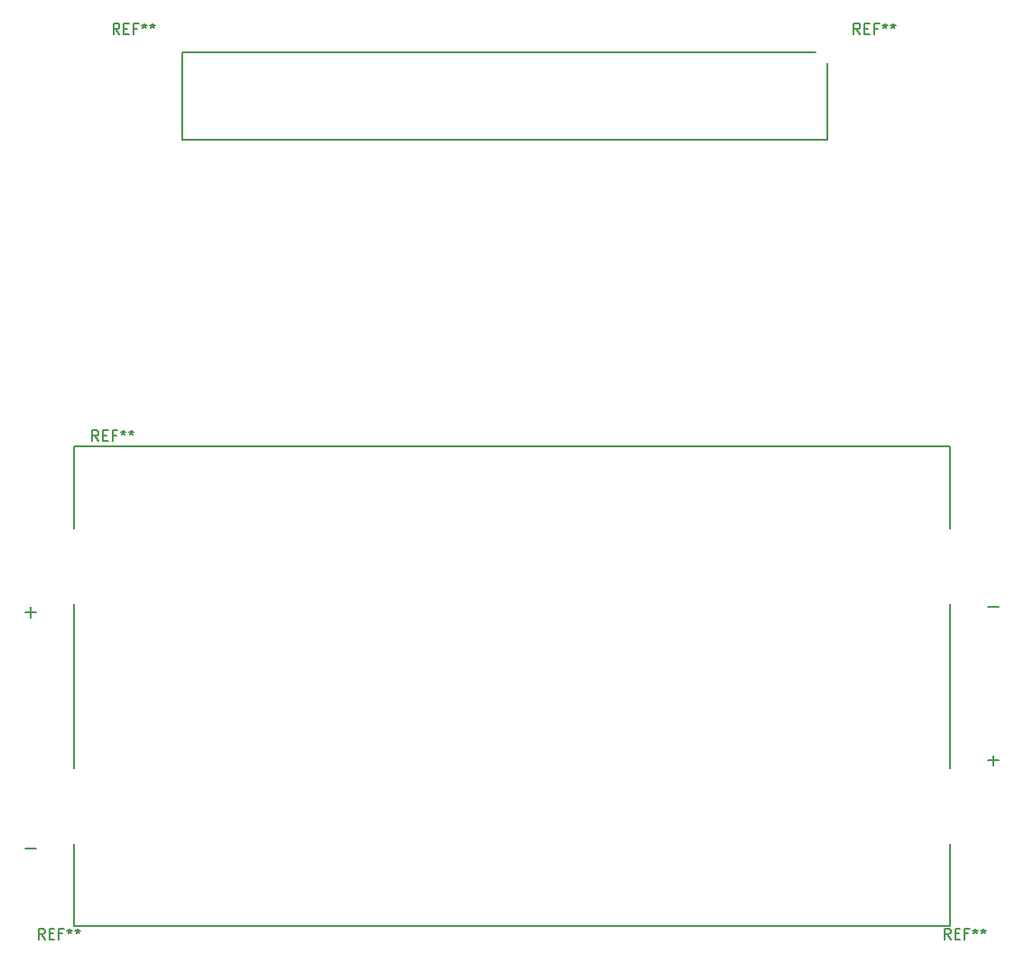
<source format=gbr>
%TF.GenerationSoftware,KiCad,Pcbnew,8.0.0*%
%TF.CreationDate,2025-01-17T01:01:01+02:00*%
%TF.ProjectId,diplomna_2024_bms_pcb_layout,6469706c-6f6d-46e6-915f-323032345f62,rev?*%
%TF.SameCoordinates,Original*%
%TF.FileFunction,Legend,Top*%
%TF.FilePolarity,Positive*%
%FSLAX46Y46*%
G04 Gerber Fmt 4.6, Leading zero omitted, Abs format (unit mm)*
G04 Created by KiCad (PCBNEW 8.0.0) date 2025-01-17 01:01:01*
%MOMM*%
%LPD*%
G01*
G04 APERTURE LIST*
%ADD10C,0.150000*%
%ADD11C,0.200000*%
%ADD12C,0.127000*%
G04 APERTURE END LIST*
D10*
X263666666Y-135754819D02*
X263333333Y-135278628D01*
X263095238Y-135754819D02*
X263095238Y-134754819D01*
X263095238Y-134754819D02*
X263476190Y-134754819D01*
X263476190Y-134754819D02*
X263571428Y-134802438D01*
X263571428Y-134802438D02*
X263619047Y-134850057D01*
X263619047Y-134850057D02*
X263666666Y-134945295D01*
X263666666Y-134945295D02*
X263666666Y-135088152D01*
X263666666Y-135088152D02*
X263619047Y-135183390D01*
X263619047Y-135183390D02*
X263571428Y-135231009D01*
X263571428Y-135231009D02*
X263476190Y-135278628D01*
X263476190Y-135278628D02*
X263095238Y-135278628D01*
X264095238Y-135231009D02*
X264428571Y-135231009D01*
X264571428Y-135754819D02*
X264095238Y-135754819D01*
X264095238Y-135754819D02*
X264095238Y-134754819D01*
X264095238Y-134754819D02*
X264571428Y-134754819D01*
X265333333Y-135231009D02*
X265000000Y-135231009D01*
X265000000Y-135754819D02*
X265000000Y-134754819D01*
X265000000Y-134754819D02*
X265476190Y-134754819D01*
X266000000Y-134754819D02*
X266000000Y-134992914D01*
X265761905Y-134897676D02*
X266000000Y-134992914D01*
X266000000Y-134992914D02*
X266238095Y-134897676D01*
X265857143Y-135183390D02*
X266000000Y-134992914D01*
X266000000Y-134992914D02*
X266142857Y-135183390D01*
X266761905Y-134754819D02*
X266761905Y-134992914D01*
X266523810Y-134897676D02*
X266761905Y-134992914D01*
X266761905Y-134992914D02*
X267000000Y-134897676D01*
X266619048Y-135183390D02*
X266761905Y-134992914D01*
X266761905Y-134992914D02*
X266904762Y-135183390D01*
X185666666Y-50754819D02*
X185333333Y-50278628D01*
X185095238Y-50754819D02*
X185095238Y-49754819D01*
X185095238Y-49754819D02*
X185476190Y-49754819D01*
X185476190Y-49754819D02*
X185571428Y-49802438D01*
X185571428Y-49802438D02*
X185619047Y-49850057D01*
X185619047Y-49850057D02*
X185666666Y-49945295D01*
X185666666Y-49945295D02*
X185666666Y-50088152D01*
X185666666Y-50088152D02*
X185619047Y-50183390D01*
X185619047Y-50183390D02*
X185571428Y-50231009D01*
X185571428Y-50231009D02*
X185476190Y-50278628D01*
X185476190Y-50278628D02*
X185095238Y-50278628D01*
X186095238Y-50231009D02*
X186428571Y-50231009D01*
X186571428Y-50754819D02*
X186095238Y-50754819D01*
X186095238Y-50754819D02*
X186095238Y-49754819D01*
X186095238Y-49754819D02*
X186571428Y-49754819D01*
X187333333Y-50231009D02*
X187000000Y-50231009D01*
X187000000Y-50754819D02*
X187000000Y-49754819D01*
X187000000Y-49754819D02*
X187476190Y-49754819D01*
X188000000Y-49754819D02*
X188000000Y-49992914D01*
X187761905Y-49897676D02*
X188000000Y-49992914D01*
X188000000Y-49992914D02*
X188238095Y-49897676D01*
X187857143Y-50183390D02*
X188000000Y-49992914D01*
X188000000Y-49992914D02*
X188142857Y-50183390D01*
X188761905Y-49754819D02*
X188761905Y-49992914D01*
X188523810Y-49897676D02*
X188761905Y-49992914D01*
X188761905Y-49992914D02*
X189000000Y-49897676D01*
X188619048Y-50183390D02*
X188761905Y-49992914D01*
X188761905Y-49992914D02*
X188904762Y-50183390D01*
X178666666Y-135754819D02*
X178333333Y-135278628D01*
X178095238Y-135754819D02*
X178095238Y-134754819D01*
X178095238Y-134754819D02*
X178476190Y-134754819D01*
X178476190Y-134754819D02*
X178571428Y-134802438D01*
X178571428Y-134802438D02*
X178619047Y-134850057D01*
X178619047Y-134850057D02*
X178666666Y-134945295D01*
X178666666Y-134945295D02*
X178666666Y-135088152D01*
X178666666Y-135088152D02*
X178619047Y-135183390D01*
X178619047Y-135183390D02*
X178571428Y-135231009D01*
X178571428Y-135231009D02*
X178476190Y-135278628D01*
X178476190Y-135278628D02*
X178095238Y-135278628D01*
X179095238Y-135231009D02*
X179428571Y-135231009D01*
X179571428Y-135754819D02*
X179095238Y-135754819D01*
X179095238Y-135754819D02*
X179095238Y-134754819D01*
X179095238Y-134754819D02*
X179571428Y-134754819D01*
X180333333Y-135231009D02*
X180000000Y-135231009D01*
X180000000Y-135754819D02*
X180000000Y-134754819D01*
X180000000Y-134754819D02*
X180476190Y-134754819D01*
X181000000Y-134754819D02*
X181000000Y-134992914D01*
X180761905Y-134897676D02*
X181000000Y-134992914D01*
X181000000Y-134992914D02*
X181238095Y-134897676D01*
X180857143Y-135183390D02*
X181000000Y-134992914D01*
X181000000Y-134992914D02*
X181142857Y-135183390D01*
X181761905Y-134754819D02*
X181761905Y-134992914D01*
X181523810Y-134897676D02*
X181761905Y-134992914D01*
X181761905Y-134992914D02*
X182000000Y-134897676D01*
X181619048Y-135183390D02*
X181761905Y-134992914D01*
X181761905Y-134992914D02*
X181904762Y-135183390D01*
X255166666Y-50754819D02*
X254833333Y-50278628D01*
X254595238Y-50754819D02*
X254595238Y-49754819D01*
X254595238Y-49754819D02*
X254976190Y-49754819D01*
X254976190Y-49754819D02*
X255071428Y-49802438D01*
X255071428Y-49802438D02*
X255119047Y-49850057D01*
X255119047Y-49850057D02*
X255166666Y-49945295D01*
X255166666Y-49945295D02*
X255166666Y-50088152D01*
X255166666Y-50088152D02*
X255119047Y-50183390D01*
X255119047Y-50183390D02*
X255071428Y-50231009D01*
X255071428Y-50231009D02*
X254976190Y-50278628D01*
X254976190Y-50278628D02*
X254595238Y-50278628D01*
X255595238Y-50231009D02*
X255928571Y-50231009D01*
X256071428Y-50754819D02*
X255595238Y-50754819D01*
X255595238Y-50754819D02*
X255595238Y-49754819D01*
X255595238Y-49754819D02*
X256071428Y-49754819D01*
X256833333Y-50231009D02*
X256500000Y-50231009D01*
X256500000Y-50754819D02*
X256500000Y-49754819D01*
X256500000Y-49754819D02*
X256976190Y-49754819D01*
X257500000Y-49754819D02*
X257500000Y-49992914D01*
X257261905Y-49897676D02*
X257500000Y-49992914D01*
X257500000Y-49992914D02*
X257738095Y-49897676D01*
X257357143Y-50183390D02*
X257500000Y-49992914D01*
X257500000Y-49992914D02*
X257642857Y-50183390D01*
X258261905Y-49754819D02*
X258261905Y-49992914D01*
X258023810Y-49897676D02*
X258261905Y-49992914D01*
X258261905Y-49992914D02*
X258500000Y-49897676D01*
X258119048Y-50183390D02*
X258261905Y-49992914D01*
X258261905Y-49992914D02*
X258404762Y-50183390D01*
X183701666Y-88959819D02*
X183368333Y-88483628D01*
X183130238Y-88959819D02*
X183130238Y-87959819D01*
X183130238Y-87959819D02*
X183511190Y-87959819D01*
X183511190Y-87959819D02*
X183606428Y-88007438D01*
X183606428Y-88007438D02*
X183654047Y-88055057D01*
X183654047Y-88055057D02*
X183701666Y-88150295D01*
X183701666Y-88150295D02*
X183701666Y-88293152D01*
X183701666Y-88293152D02*
X183654047Y-88388390D01*
X183654047Y-88388390D02*
X183606428Y-88436009D01*
X183606428Y-88436009D02*
X183511190Y-88483628D01*
X183511190Y-88483628D02*
X183130238Y-88483628D01*
X184130238Y-88436009D02*
X184463571Y-88436009D01*
X184606428Y-88959819D02*
X184130238Y-88959819D01*
X184130238Y-88959819D02*
X184130238Y-87959819D01*
X184130238Y-87959819D02*
X184606428Y-87959819D01*
X185368333Y-88436009D02*
X185035000Y-88436009D01*
X185035000Y-88959819D02*
X185035000Y-87959819D01*
X185035000Y-87959819D02*
X185511190Y-87959819D01*
X186035000Y-87959819D02*
X186035000Y-88197914D01*
X185796905Y-88102676D02*
X186035000Y-88197914D01*
X186035000Y-88197914D02*
X186273095Y-88102676D01*
X185892143Y-88388390D02*
X186035000Y-88197914D01*
X186035000Y-88197914D02*
X186177857Y-88388390D01*
X186796905Y-87959819D02*
X186796905Y-88197914D01*
X186558810Y-88102676D02*
X186796905Y-88197914D01*
X186796905Y-88197914D02*
X187035000Y-88102676D01*
X186654048Y-88388390D02*
X186796905Y-88197914D01*
X186796905Y-88197914D02*
X186939762Y-88388390D01*
D11*
%TO.C,J\u002A\u002A*%
X191600000Y-52500000D02*
X191600000Y-60700000D01*
X191600000Y-60700000D02*
X252100000Y-60700000D01*
X251000000Y-52500000D02*
X191600000Y-52500000D01*
X252100000Y-60700000D02*
X252100000Y-53500000D01*
D12*
%TO.C,REF\u002A\u002A*%
X176815000Y-105025000D02*
X177815000Y-105025000D01*
X176815000Y-127225000D02*
X177815000Y-127225000D01*
X177315000Y-104525000D02*
X177315000Y-105525000D01*
X181402800Y-89445000D02*
X263597200Y-89445000D01*
X181402800Y-97175000D02*
X181402800Y-89445000D01*
X181402800Y-119725000D02*
X181402800Y-104275000D01*
X181402800Y-134555000D02*
X181402800Y-126825000D01*
X263597200Y-89445000D02*
X263597200Y-97175000D01*
X263597200Y-104275000D02*
X263597200Y-119725000D01*
X263597200Y-126825000D02*
X263597200Y-134555000D01*
X263597200Y-134555000D02*
X181402800Y-134555000D01*
X267185000Y-104525000D02*
X268185000Y-104525000D01*
X267185000Y-118975000D02*
X268185000Y-118975000D01*
X267685000Y-118475000D02*
X267685000Y-119475000D01*
%TD*%
M02*

</source>
